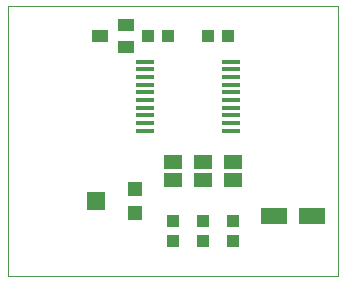
<source format=gbp>
G75*
G70*
%OFA0B0*%
%FSLAX24Y24*%
%IPPOS*%
%LPD*%
%AMOC8*
5,1,8,0,0,1.08239X$1,22.5*
%
%ADD10C,0.0000*%
%ADD11R,0.0591X0.0157*%
%ADD12R,0.0551X0.0394*%
%ADD13R,0.0433X0.0394*%
%ADD14R,0.0394X0.0433*%
%ADD15R,0.0630X0.0460*%
%ADD16R,0.0866X0.0551*%
%ADD17R,0.0630X0.0591*%
%ADD18R,0.0472X0.0472*%
D10*
X000151Y000151D02*
X000151Y009151D01*
X011151Y009151D01*
X011151Y000151D01*
X000151Y000151D01*
D11*
X004724Y005000D03*
X004724Y005256D03*
X004724Y005511D03*
X004724Y005767D03*
X004724Y006023D03*
X004724Y006279D03*
X004724Y006535D03*
X004724Y006791D03*
X004724Y007047D03*
X004724Y007303D03*
X007578Y007303D03*
X007578Y007047D03*
X007578Y006791D03*
X007578Y006535D03*
X007578Y006279D03*
X007578Y006023D03*
X007578Y005767D03*
X007578Y005511D03*
X007578Y005256D03*
X007578Y005000D03*
D12*
X004084Y007777D03*
X004084Y008525D03*
X003218Y008151D03*
D13*
X006817Y008151D03*
X007486Y008151D03*
X007651Y001986D03*
X007651Y001317D03*
X006651Y001317D03*
X006651Y001986D03*
X005651Y001986D03*
X005651Y001317D03*
D14*
X005486Y008151D03*
X004817Y008151D03*
D15*
X005651Y003951D03*
X005651Y003351D03*
X006651Y003351D03*
X006651Y003951D03*
X007651Y003951D03*
X007651Y003351D03*
D16*
X009021Y002151D03*
X010281Y002151D03*
D17*
X003061Y002651D03*
D18*
X004370Y002257D03*
X004370Y003045D03*
M02*

</source>
